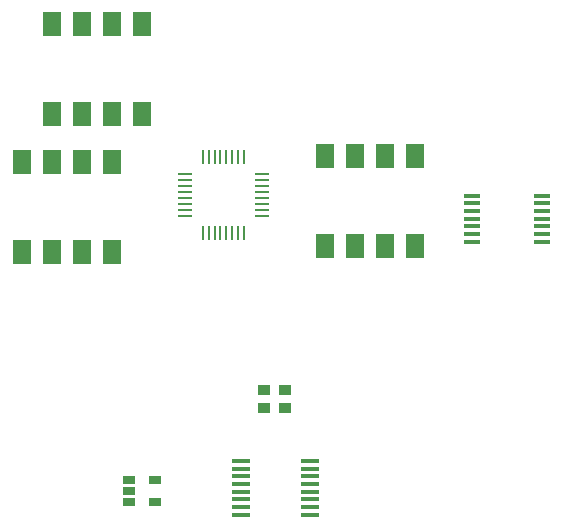
<source format=gbr>
G04 #@! TF.FileFunction,Paste,Top*
%FSLAX46Y46*%
G04 Gerber Fmt 4.6, Leading zero omitted, Abs format (unit mm)*
G04 Created by KiCad (PCBNEW 4.0.1-stable) date Monday, May 09, 2016 'AMt' 09:31:45 AM*
%MOMM*%
G01*
G04 APERTURE LIST*
%ADD10C,0.100000*%
%ADD11R,1.060000X0.650000*%
%ADD12R,1.524000X2.032000*%
%ADD13R,1.500000X0.450000*%
%ADD14R,1.450000X0.450000*%
%ADD15R,1.200000X0.280000*%
%ADD16R,0.280000X1.200000*%
%ADD17R,1.000000X0.900000*%
G04 APERTURE END LIST*
D10*
D11*
X101008000Y-174752000D03*
X101008000Y-175702000D03*
X101008000Y-176652000D03*
X103208000Y-176652000D03*
X103208000Y-174752000D03*
D12*
X117602000Y-154940000D03*
X120142000Y-154940000D03*
X122682000Y-154940000D03*
X125222000Y-154940000D03*
X125222000Y-147320000D03*
X122682000Y-147320000D03*
X120142000Y-147320000D03*
X117602000Y-147320000D03*
X91948000Y-155448000D03*
X94488000Y-155448000D03*
X97028000Y-155448000D03*
X99568000Y-155448000D03*
X99568000Y-147828000D03*
X97028000Y-147828000D03*
X94488000Y-147828000D03*
X91948000Y-147828000D03*
X94488000Y-143764000D03*
X97028000Y-143764000D03*
X99568000Y-143764000D03*
X102108000Y-143764000D03*
X102108000Y-136144000D03*
X99568000Y-136144000D03*
X97028000Y-136144000D03*
X94488000Y-136144000D03*
D13*
X110432000Y-173138000D03*
X110432000Y-173788000D03*
X110432000Y-174438000D03*
X110432000Y-175088000D03*
X110432000Y-175738000D03*
X110432000Y-176388000D03*
X110432000Y-177038000D03*
X110432000Y-177688000D03*
X116332000Y-177688000D03*
X116332000Y-177038000D03*
X116332000Y-176388000D03*
X116332000Y-175738000D03*
X116332000Y-175088000D03*
X116332000Y-174438000D03*
X116332000Y-173788000D03*
X116332000Y-173138000D03*
D14*
X130048000Y-150674000D03*
X130048000Y-151324000D03*
X130048000Y-151974000D03*
X130048000Y-152624000D03*
X130048000Y-153274000D03*
X130048000Y-153924000D03*
X130048000Y-154574000D03*
X135948000Y-154574000D03*
X135948000Y-153924000D03*
X135948000Y-153274000D03*
X135948000Y-152624000D03*
X135948000Y-151974000D03*
X135948000Y-151324000D03*
X135948000Y-150674000D03*
D15*
X105716000Y-148872000D03*
X105716000Y-149372000D03*
X105716000Y-149872000D03*
X105716000Y-150372000D03*
X105716000Y-150872000D03*
X105716000Y-151372000D03*
X105716000Y-151872000D03*
X105716000Y-152372000D03*
D16*
X107216000Y-153872000D03*
X107716000Y-153872000D03*
X108216000Y-153872000D03*
X108716000Y-153872000D03*
X109216000Y-153872000D03*
X109716000Y-153872000D03*
X110216000Y-153872000D03*
X110716000Y-153872000D03*
D15*
X112216000Y-152372000D03*
X112216000Y-151872000D03*
X112216000Y-151372000D03*
X112216000Y-150872000D03*
X112216000Y-150372000D03*
X112216000Y-149872000D03*
X112216000Y-149372000D03*
X112216000Y-148872000D03*
D16*
X110716000Y-147372000D03*
X110216000Y-147372000D03*
X109716000Y-147372000D03*
X109216000Y-147372000D03*
X108716000Y-147372000D03*
X108216000Y-147372000D03*
X107716000Y-147372000D03*
X107216000Y-147372000D03*
D17*
X112359000Y-168669000D03*
X114209000Y-168669000D03*
X114209000Y-167119000D03*
X112359000Y-167119000D03*
M02*

</source>
